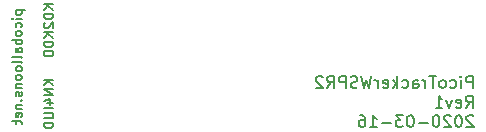
<source format=gbr>
G04 #@! TF.GenerationSoftware,KiCad,Pcbnew,(5.1.5)-3*
G04 #@! TF.CreationDate,2020-03-16T19:29:18-04:00*
G04 #@! TF.ProjectId,PicoTrackerWSPR2Rev1,5069636f-5472-4616-936b-657257535052,rev?*
G04 #@! TF.SameCoordinates,Original*
G04 #@! TF.FileFunction,Legend,Bot*
G04 #@! TF.FilePolarity,Positive*
%FSLAX46Y46*%
G04 Gerber Fmt 4.6, Leading zero omitted, Abs format (unit mm)*
G04 Created by KiCad (PCBNEW (5.1.5)-3) date 2020-03-16 19:29:18*
%MOMM*%
%LPD*%
G04 APERTURE LIST*
%ADD10C,0.150000*%
G04 APERTURE END LIST*
D10*
X77196904Y-73799952D02*
X76396904Y-73799952D01*
X77196904Y-74257095D02*
X76739761Y-73914238D01*
X76396904Y-74257095D02*
X76854047Y-73799952D01*
X77196904Y-74599952D02*
X76396904Y-74599952D01*
X77196904Y-75057095D01*
X76396904Y-75057095D01*
X76663571Y-75780904D02*
X77196904Y-75780904D01*
X76358809Y-75590428D02*
X76930238Y-75399952D01*
X76930238Y-75895190D01*
X77196904Y-76199952D02*
X76396904Y-76199952D01*
X76396904Y-76580904D02*
X77044523Y-76580904D01*
X77120714Y-76619000D01*
X77158809Y-76657095D01*
X77196904Y-76733285D01*
X77196904Y-76885666D01*
X77158809Y-76961857D01*
X77120714Y-76999952D01*
X77044523Y-77038047D01*
X76396904Y-77038047D01*
X77196904Y-77419000D02*
X76396904Y-77419000D01*
X76396904Y-77609476D01*
X76435000Y-77723761D01*
X76511190Y-77799952D01*
X76587380Y-77838047D01*
X76739761Y-77876142D01*
X76854047Y-77876142D01*
X77006428Y-77838047D01*
X77082619Y-77799952D01*
X77158809Y-77723761D01*
X77196904Y-77609476D01*
X77196904Y-77419000D01*
X77196904Y-67405523D02*
X76396904Y-67405523D01*
X77196904Y-67862666D02*
X76739761Y-67519809D01*
X76396904Y-67862666D02*
X76854047Y-67405523D01*
X77196904Y-68205523D02*
X76396904Y-68205523D01*
X76396904Y-68396000D01*
X76435000Y-68510285D01*
X76511190Y-68586476D01*
X76587380Y-68624571D01*
X76739761Y-68662666D01*
X76854047Y-68662666D01*
X77006428Y-68624571D01*
X77082619Y-68586476D01*
X77158809Y-68510285D01*
X77196904Y-68396000D01*
X77196904Y-68205523D01*
X76473095Y-68967428D02*
X76435000Y-69005523D01*
X76396904Y-69081714D01*
X76396904Y-69272190D01*
X76435000Y-69348380D01*
X76473095Y-69386476D01*
X76549285Y-69424571D01*
X76625476Y-69424571D01*
X76739761Y-69386476D01*
X77196904Y-68929333D01*
X77196904Y-69424571D01*
X77196904Y-69767428D02*
X76396904Y-69767428D01*
X77196904Y-70224571D02*
X76739761Y-69881714D01*
X76396904Y-70224571D02*
X76854047Y-69767428D01*
X77196904Y-70567428D02*
X76396904Y-70567428D01*
X76396904Y-70757904D01*
X76435000Y-70872190D01*
X76511190Y-70948380D01*
X76587380Y-70986476D01*
X76739761Y-71024571D01*
X76854047Y-71024571D01*
X77006428Y-70986476D01*
X77082619Y-70948380D01*
X77158809Y-70872190D01*
X77196904Y-70757904D01*
X77196904Y-70567428D01*
X77196904Y-71367428D02*
X76396904Y-71367428D01*
X76396904Y-71557904D01*
X76435000Y-71672190D01*
X76511190Y-71748380D01*
X76587380Y-71786476D01*
X76739761Y-71824571D01*
X76854047Y-71824571D01*
X77006428Y-71786476D01*
X77082619Y-71748380D01*
X77158809Y-71672190D01*
X77196904Y-71557904D01*
X77196904Y-71367428D01*
X73996571Y-67901142D02*
X74796571Y-67901142D01*
X74034666Y-67901142D02*
X73996571Y-67977333D01*
X73996571Y-68129714D01*
X74034666Y-68205904D01*
X74072761Y-68244000D01*
X74148952Y-68282095D01*
X74377523Y-68282095D01*
X74453714Y-68244000D01*
X74491809Y-68205904D01*
X74529904Y-68129714D01*
X74529904Y-67977333D01*
X74491809Y-67901142D01*
X74529904Y-68624952D02*
X73996571Y-68624952D01*
X73729904Y-68624952D02*
X73768000Y-68586857D01*
X73806095Y-68624952D01*
X73768000Y-68663047D01*
X73729904Y-68624952D01*
X73806095Y-68624952D01*
X74491809Y-69348761D02*
X74529904Y-69272571D01*
X74529904Y-69120190D01*
X74491809Y-69044000D01*
X74453714Y-69005904D01*
X74377523Y-68967809D01*
X74148952Y-68967809D01*
X74072761Y-69005904D01*
X74034666Y-69044000D01*
X73996571Y-69120190D01*
X73996571Y-69272571D01*
X74034666Y-69348761D01*
X74529904Y-69805904D02*
X74491809Y-69729714D01*
X74453714Y-69691619D01*
X74377523Y-69653523D01*
X74148952Y-69653523D01*
X74072761Y-69691619D01*
X74034666Y-69729714D01*
X73996571Y-69805904D01*
X73996571Y-69920190D01*
X74034666Y-69996380D01*
X74072761Y-70034476D01*
X74148952Y-70072571D01*
X74377523Y-70072571D01*
X74453714Y-70034476D01*
X74491809Y-69996380D01*
X74529904Y-69920190D01*
X74529904Y-69805904D01*
X74529904Y-70415428D02*
X73729904Y-70415428D01*
X74034666Y-70415428D02*
X73996571Y-70491619D01*
X73996571Y-70644000D01*
X74034666Y-70720190D01*
X74072761Y-70758285D01*
X74148952Y-70796380D01*
X74377523Y-70796380D01*
X74453714Y-70758285D01*
X74491809Y-70720190D01*
X74529904Y-70644000D01*
X74529904Y-70491619D01*
X74491809Y-70415428D01*
X74529904Y-71482095D02*
X74110857Y-71482095D01*
X74034666Y-71444000D01*
X73996571Y-71367809D01*
X73996571Y-71215428D01*
X74034666Y-71139238D01*
X74491809Y-71482095D02*
X74529904Y-71405904D01*
X74529904Y-71215428D01*
X74491809Y-71139238D01*
X74415619Y-71101142D01*
X74339428Y-71101142D01*
X74263238Y-71139238D01*
X74225142Y-71215428D01*
X74225142Y-71405904D01*
X74187047Y-71482095D01*
X74529904Y-71977333D02*
X74491809Y-71901142D01*
X74415619Y-71863047D01*
X73729904Y-71863047D01*
X74529904Y-72396380D02*
X74491809Y-72320190D01*
X74415619Y-72282095D01*
X73729904Y-72282095D01*
X74529904Y-72815428D02*
X74491809Y-72739238D01*
X74453714Y-72701142D01*
X74377523Y-72663047D01*
X74148952Y-72663047D01*
X74072761Y-72701142D01*
X74034666Y-72739238D01*
X73996571Y-72815428D01*
X73996571Y-72929714D01*
X74034666Y-73005904D01*
X74072761Y-73044000D01*
X74148952Y-73082095D01*
X74377523Y-73082095D01*
X74453714Y-73044000D01*
X74491809Y-73005904D01*
X74529904Y-72929714D01*
X74529904Y-72815428D01*
X74529904Y-73539238D02*
X74491809Y-73463047D01*
X74453714Y-73424952D01*
X74377523Y-73386857D01*
X74148952Y-73386857D01*
X74072761Y-73424952D01*
X74034666Y-73463047D01*
X73996571Y-73539238D01*
X73996571Y-73653523D01*
X74034666Y-73729714D01*
X74072761Y-73767809D01*
X74148952Y-73805904D01*
X74377523Y-73805904D01*
X74453714Y-73767809D01*
X74491809Y-73729714D01*
X74529904Y-73653523D01*
X74529904Y-73539238D01*
X73996571Y-74148761D02*
X74529904Y-74148761D01*
X74072761Y-74148761D02*
X74034666Y-74186857D01*
X73996571Y-74263047D01*
X73996571Y-74377333D01*
X74034666Y-74453523D01*
X74110857Y-74491619D01*
X74529904Y-74491619D01*
X74491809Y-74834476D02*
X74529904Y-74910666D01*
X74529904Y-75063047D01*
X74491809Y-75139238D01*
X74415619Y-75177333D01*
X74377523Y-75177333D01*
X74301333Y-75139238D01*
X74263238Y-75063047D01*
X74263238Y-74948761D01*
X74225142Y-74872571D01*
X74148952Y-74834476D01*
X74110857Y-74834476D01*
X74034666Y-74872571D01*
X73996571Y-74948761D01*
X73996571Y-75063047D01*
X74034666Y-75139238D01*
X74453714Y-75520190D02*
X74491809Y-75558285D01*
X74529904Y-75520190D01*
X74491809Y-75482095D01*
X74453714Y-75520190D01*
X74529904Y-75520190D01*
X73996571Y-75901142D02*
X74529904Y-75901142D01*
X74072761Y-75901142D02*
X74034666Y-75939238D01*
X73996571Y-76015428D01*
X73996571Y-76129714D01*
X74034666Y-76205904D01*
X74110857Y-76243999D01*
X74529904Y-76243999D01*
X74491809Y-76929714D02*
X74529904Y-76853523D01*
X74529904Y-76701142D01*
X74491809Y-76624952D01*
X74415619Y-76586857D01*
X74110857Y-76586857D01*
X74034666Y-76624952D01*
X73996571Y-76701142D01*
X73996571Y-76853523D01*
X74034666Y-76929714D01*
X74110857Y-76967809D01*
X74187047Y-76967809D01*
X74263238Y-76586857D01*
X73996571Y-77196380D02*
X73996571Y-77501142D01*
X73729904Y-77310666D02*
X74415619Y-77310666D01*
X74491809Y-77348761D01*
X74529904Y-77424952D01*
X74529904Y-77501142D01*
X112694404Y-74494380D02*
X112694404Y-73494380D01*
X112313452Y-73494380D01*
X112218214Y-73542000D01*
X112170595Y-73589619D01*
X112122976Y-73684857D01*
X112122976Y-73827714D01*
X112170595Y-73922952D01*
X112218214Y-73970571D01*
X112313452Y-74018190D01*
X112694404Y-74018190D01*
X111694404Y-74494380D02*
X111694404Y-73827714D01*
X111694404Y-73494380D02*
X111742023Y-73542000D01*
X111694404Y-73589619D01*
X111646785Y-73542000D01*
X111694404Y-73494380D01*
X111694404Y-73589619D01*
X110789642Y-74446761D02*
X110884880Y-74494380D01*
X111075357Y-74494380D01*
X111170595Y-74446761D01*
X111218214Y-74399142D01*
X111265833Y-74303904D01*
X111265833Y-74018190D01*
X111218214Y-73922952D01*
X111170595Y-73875333D01*
X111075357Y-73827714D01*
X110884880Y-73827714D01*
X110789642Y-73875333D01*
X110218214Y-74494380D02*
X110313452Y-74446761D01*
X110361071Y-74399142D01*
X110408690Y-74303904D01*
X110408690Y-74018190D01*
X110361071Y-73922952D01*
X110313452Y-73875333D01*
X110218214Y-73827714D01*
X110075357Y-73827714D01*
X109980119Y-73875333D01*
X109932500Y-73922952D01*
X109884880Y-74018190D01*
X109884880Y-74303904D01*
X109932500Y-74399142D01*
X109980119Y-74446761D01*
X110075357Y-74494380D01*
X110218214Y-74494380D01*
X109599166Y-73494380D02*
X109027738Y-73494380D01*
X109313452Y-74494380D02*
X109313452Y-73494380D01*
X108694404Y-74494380D02*
X108694404Y-73827714D01*
X108694404Y-74018190D02*
X108646785Y-73922952D01*
X108599166Y-73875333D01*
X108503928Y-73827714D01*
X108408690Y-73827714D01*
X107646785Y-74494380D02*
X107646785Y-73970571D01*
X107694404Y-73875333D01*
X107789642Y-73827714D01*
X107980119Y-73827714D01*
X108075357Y-73875333D01*
X107646785Y-74446761D02*
X107742023Y-74494380D01*
X107980119Y-74494380D01*
X108075357Y-74446761D01*
X108122976Y-74351523D01*
X108122976Y-74256285D01*
X108075357Y-74161047D01*
X107980119Y-74113428D01*
X107742023Y-74113428D01*
X107646785Y-74065809D01*
X106742023Y-74446761D02*
X106837261Y-74494380D01*
X107027738Y-74494380D01*
X107122976Y-74446761D01*
X107170595Y-74399142D01*
X107218214Y-74303904D01*
X107218214Y-74018190D01*
X107170595Y-73922952D01*
X107122976Y-73875333D01*
X107027738Y-73827714D01*
X106837261Y-73827714D01*
X106742023Y-73875333D01*
X106313452Y-74494380D02*
X106313452Y-73494380D01*
X106218214Y-74113428D02*
X105932500Y-74494380D01*
X105932500Y-73827714D02*
X106313452Y-74208666D01*
X105122976Y-74446761D02*
X105218214Y-74494380D01*
X105408690Y-74494380D01*
X105503928Y-74446761D01*
X105551547Y-74351523D01*
X105551547Y-73970571D01*
X105503928Y-73875333D01*
X105408690Y-73827714D01*
X105218214Y-73827714D01*
X105122976Y-73875333D01*
X105075357Y-73970571D01*
X105075357Y-74065809D01*
X105551547Y-74161047D01*
X104646785Y-74494380D02*
X104646785Y-73827714D01*
X104646785Y-74018190D02*
X104599166Y-73922952D01*
X104551547Y-73875333D01*
X104456309Y-73827714D01*
X104361071Y-73827714D01*
X104122976Y-73494380D02*
X103884880Y-74494380D01*
X103694404Y-73780095D01*
X103503928Y-74494380D01*
X103265833Y-73494380D01*
X102932500Y-74446761D02*
X102789642Y-74494380D01*
X102551547Y-74494380D01*
X102456309Y-74446761D01*
X102408690Y-74399142D01*
X102361071Y-74303904D01*
X102361071Y-74208666D01*
X102408690Y-74113428D01*
X102456309Y-74065809D01*
X102551547Y-74018190D01*
X102742023Y-73970571D01*
X102837261Y-73922952D01*
X102884880Y-73875333D01*
X102932500Y-73780095D01*
X102932500Y-73684857D01*
X102884880Y-73589619D01*
X102837261Y-73542000D01*
X102742023Y-73494380D01*
X102503928Y-73494380D01*
X102361071Y-73542000D01*
X101932500Y-74494380D02*
X101932500Y-73494380D01*
X101551547Y-73494380D01*
X101456309Y-73542000D01*
X101408690Y-73589619D01*
X101361071Y-73684857D01*
X101361071Y-73827714D01*
X101408690Y-73922952D01*
X101456309Y-73970571D01*
X101551547Y-74018190D01*
X101932500Y-74018190D01*
X100361071Y-74494380D02*
X100694404Y-74018190D01*
X100932500Y-74494380D02*
X100932500Y-73494380D01*
X100551547Y-73494380D01*
X100456309Y-73542000D01*
X100408690Y-73589619D01*
X100361071Y-73684857D01*
X100361071Y-73827714D01*
X100408690Y-73922952D01*
X100456309Y-73970571D01*
X100551547Y-74018190D01*
X100932500Y-74018190D01*
X99980119Y-73589619D02*
X99932500Y-73542000D01*
X99837261Y-73494380D01*
X99599166Y-73494380D01*
X99503928Y-73542000D01*
X99456309Y-73589619D01*
X99408690Y-73684857D01*
X99408690Y-73780095D01*
X99456309Y-73922952D01*
X100027738Y-74494380D01*
X99408690Y-74494380D01*
X112122976Y-76144380D02*
X112456309Y-75668190D01*
X112694404Y-76144380D02*
X112694404Y-75144380D01*
X112313452Y-75144380D01*
X112218214Y-75192000D01*
X112170595Y-75239619D01*
X112122976Y-75334857D01*
X112122976Y-75477714D01*
X112170595Y-75572952D01*
X112218214Y-75620571D01*
X112313452Y-75668190D01*
X112694404Y-75668190D01*
X111313452Y-76096761D02*
X111408690Y-76144380D01*
X111599166Y-76144380D01*
X111694404Y-76096761D01*
X111742023Y-76001523D01*
X111742023Y-75620571D01*
X111694404Y-75525333D01*
X111599166Y-75477714D01*
X111408690Y-75477714D01*
X111313452Y-75525333D01*
X111265833Y-75620571D01*
X111265833Y-75715809D01*
X111742023Y-75811047D01*
X110932500Y-75477714D02*
X110694404Y-76144380D01*
X110456309Y-75477714D01*
X109551547Y-76144380D02*
X110122976Y-76144380D01*
X109837261Y-76144380D02*
X109837261Y-75144380D01*
X109932500Y-75287238D01*
X110027738Y-75382476D01*
X110122976Y-75430095D01*
X112742023Y-76889619D02*
X112694404Y-76842000D01*
X112599166Y-76794380D01*
X112361071Y-76794380D01*
X112265833Y-76842000D01*
X112218214Y-76889619D01*
X112170595Y-76984857D01*
X112170595Y-77080095D01*
X112218214Y-77222952D01*
X112789642Y-77794380D01*
X112170595Y-77794380D01*
X111551547Y-76794380D02*
X111456309Y-76794380D01*
X111361071Y-76842000D01*
X111313452Y-76889619D01*
X111265833Y-76984857D01*
X111218214Y-77175333D01*
X111218214Y-77413428D01*
X111265833Y-77603904D01*
X111313452Y-77699142D01*
X111361071Y-77746761D01*
X111456309Y-77794380D01*
X111551547Y-77794380D01*
X111646785Y-77746761D01*
X111694404Y-77699142D01*
X111742023Y-77603904D01*
X111789642Y-77413428D01*
X111789642Y-77175333D01*
X111742023Y-76984857D01*
X111694404Y-76889619D01*
X111646785Y-76842000D01*
X111551547Y-76794380D01*
X110837261Y-76889619D02*
X110789642Y-76842000D01*
X110694404Y-76794380D01*
X110456309Y-76794380D01*
X110361071Y-76842000D01*
X110313452Y-76889619D01*
X110265833Y-76984857D01*
X110265833Y-77080095D01*
X110313452Y-77222952D01*
X110884880Y-77794380D01*
X110265833Y-77794380D01*
X109646785Y-76794380D02*
X109551547Y-76794380D01*
X109456309Y-76842000D01*
X109408690Y-76889619D01*
X109361071Y-76984857D01*
X109313452Y-77175333D01*
X109313452Y-77413428D01*
X109361071Y-77603904D01*
X109408690Y-77699142D01*
X109456309Y-77746761D01*
X109551547Y-77794380D01*
X109646785Y-77794380D01*
X109742023Y-77746761D01*
X109789642Y-77699142D01*
X109837261Y-77603904D01*
X109884880Y-77413428D01*
X109884880Y-77175333D01*
X109837261Y-76984857D01*
X109789642Y-76889619D01*
X109742023Y-76842000D01*
X109646785Y-76794380D01*
X108884880Y-77413428D02*
X108122976Y-77413428D01*
X107456309Y-76794380D02*
X107361071Y-76794380D01*
X107265833Y-76842000D01*
X107218214Y-76889619D01*
X107170595Y-76984857D01*
X107122976Y-77175333D01*
X107122976Y-77413428D01*
X107170595Y-77603904D01*
X107218214Y-77699142D01*
X107265833Y-77746761D01*
X107361071Y-77794380D01*
X107456309Y-77794380D01*
X107551547Y-77746761D01*
X107599166Y-77699142D01*
X107646785Y-77603904D01*
X107694404Y-77413428D01*
X107694404Y-77175333D01*
X107646785Y-76984857D01*
X107599166Y-76889619D01*
X107551547Y-76842000D01*
X107456309Y-76794380D01*
X106789642Y-76794380D02*
X106170595Y-76794380D01*
X106503928Y-77175333D01*
X106361071Y-77175333D01*
X106265833Y-77222952D01*
X106218214Y-77270571D01*
X106170595Y-77365809D01*
X106170595Y-77603904D01*
X106218214Y-77699142D01*
X106265833Y-77746761D01*
X106361071Y-77794380D01*
X106646785Y-77794380D01*
X106742023Y-77746761D01*
X106789642Y-77699142D01*
X105742023Y-77413428D02*
X104980119Y-77413428D01*
X103980119Y-77794380D02*
X104551547Y-77794380D01*
X104265833Y-77794380D02*
X104265833Y-76794380D01*
X104361071Y-76937238D01*
X104456309Y-77032476D01*
X104551547Y-77080095D01*
X103122976Y-76794380D02*
X103313452Y-76794380D01*
X103408690Y-76842000D01*
X103456309Y-76889619D01*
X103551547Y-77032476D01*
X103599166Y-77222952D01*
X103599166Y-77603904D01*
X103551547Y-77699142D01*
X103503928Y-77746761D01*
X103408690Y-77794380D01*
X103218214Y-77794380D01*
X103122976Y-77746761D01*
X103075357Y-77699142D01*
X103027738Y-77603904D01*
X103027738Y-77365809D01*
X103075357Y-77270571D01*
X103122976Y-77222952D01*
X103218214Y-77175333D01*
X103408690Y-77175333D01*
X103503928Y-77222952D01*
X103551547Y-77270571D01*
X103599166Y-77365809D01*
M02*

</source>
